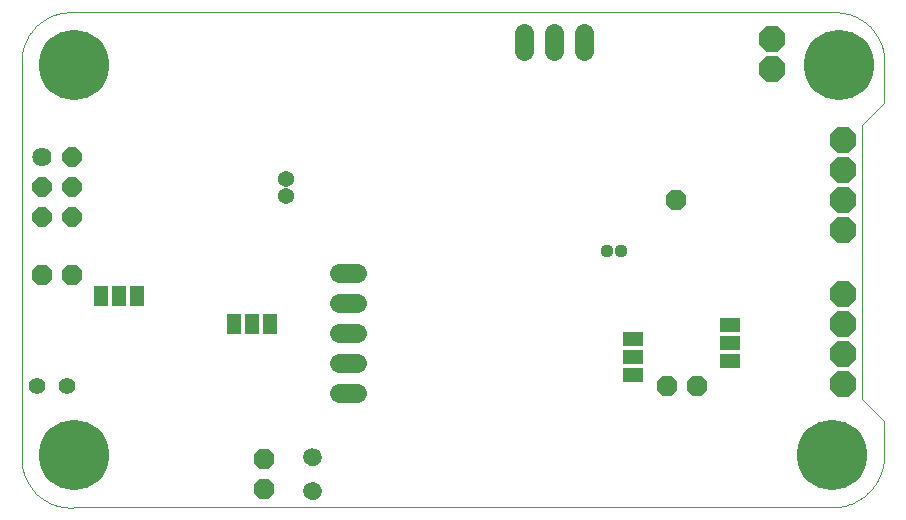
<source format=gbs>
G75*
%MOIN*%
%OFA0B0*%
%FSLAX25Y25*%
%IPPOS*%
%LPD*%
%AMOC8*
5,1,8,0,0,1.08239X$1,22.5*
%
%ADD10C,0.00000*%
%ADD11C,0.05912*%
%ADD12OC8,0.06700*%
%ADD13C,0.06400*%
%ADD14R,0.05000X0.06700*%
%ADD15C,0.23400*%
%ADD16R,0.06700X0.05000*%
%ADD17OC8,0.08900*%
%ADD18C,0.04369*%
%ADD19C,0.05400*%
%ADD20C,0.06400*%
%ADD21OC8,0.06400*%
%ADD22C,0.05600*%
D10*
X0032510Y0001517D02*
X0285010Y0001517D01*
X0285433Y0001522D01*
X0285855Y0001537D01*
X0286278Y0001563D01*
X0286699Y0001599D01*
X0287119Y0001645D01*
X0287539Y0001701D01*
X0287956Y0001767D01*
X0288372Y0001843D01*
X0288786Y0001929D01*
X0289198Y0002026D01*
X0289607Y0002132D01*
X0290014Y0002248D01*
X0290418Y0002374D01*
X0290818Y0002509D01*
X0291216Y0002654D01*
X0291609Y0002809D01*
X0291999Y0002973D01*
X0292385Y0003147D01*
X0292766Y0003330D01*
X0293143Y0003522D01*
X0293515Y0003723D01*
X0293882Y0003933D01*
X0294244Y0004151D01*
X0294600Y0004379D01*
X0294951Y0004615D01*
X0295296Y0004859D01*
X0295635Y0005112D01*
X0295968Y0005373D01*
X0296295Y0005641D01*
X0296615Y0005918D01*
X0296928Y0006202D01*
X0297234Y0006494D01*
X0297533Y0006793D01*
X0297825Y0007099D01*
X0298109Y0007412D01*
X0298386Y0007732D01*
X0298654Y0008059D01*
X0298915Y0008392D01*
X0299168Y0008731D01*
X0299412Y0009076D01*
X0299648Y0009427D01*
X0299876Y0009783D01*
X0300094Y0010145D01*
X0300304Y0010512D01*
X0300505Y0010884D01*
X0300697Y0011261D01*
X0300880Y0011642D01*
X0301054Y0012028D01*
X0301218Y0012418D01*
X0301373Y0012811D01*
X0301518Y0013209D01*
X0301653Y0013609D01*
X0301779Y0014013D01*
X0301895Y0014420D01*
X0302001Y0014829D01*
X0302098Y0015241D01*
X0302184Y0015655D01*
X0302260Y0016071D01*
X0302326Y0016488D01*
X0302382Y0016908D01*
X0302428Y0017328D01*
X0302464Y0017749D01*
X0302490Y0018172D01*
X0302505Y0018594D01*
X0302510Y0019017D01*
X0302461Y0019017D02*
X0302510Y0030267D01*
X0295010Y0037767D01*
X0295010Y0129017D01*
X0302461Y0136467D01*
X0302461Y0149066D01*
X0302510Y0149017D02*
X0302535Y0149410D01*
X0302551Y0149804D01*
X0302558Y0150197D01*
X0302555Y0150591D01*
X0302542Y0150985D01*
X0302520Y0151378D01*
X0302488Y0151771D01*
X0302447Y0152162D01*
X0302397Y0152553D01*
X0302337Y0152942D01*
X0302268Y0153330D01*
X0302189Y0153716D01*
X0302101Y0154100D01*
X0302004Y0154481D01*
X0301897Y0154861D01*
X0301782Y0155237D01*
X0301657Y0155611D01*
X0301523Y0155981D01*
X0301381Y0156348D01*
X0301230Y0156712D01*
X0301069Y0157072D01*
X0300901Y0157428D01*
X0300723Y0157779D01*
X0300538Y0158127D01*
X0300344Y0158469D01*
X0300141Y0158807D01*
X0299931Y0159140D01*
X0299712Y0159468D01*
X0299486Y0159790D01*
X0299252Y0160107D01*
X0299011Y0160418D01*
X0298762Y0160723D01*
X0298505Y0161022D01*
X0298242Y0161315D01*
X0297971Y0161601D01*
X0297694Y0161881D01*
X0297410Y0162154D01*
X0297120Y0162420D01*
X0296823Y0162679D01*
X0296520Y0162930D01*
X0296211Y0163175D01*
X0295896Y0163411D01*
X0295576Y0163640D01*
X0295250Y0163861D01*
X0294919Y0164075D01*
X0294582Y0164280D01*
X0294241Y0164477D01*
X0293896Y0164666D01*
X0293546Y0164846D01*
X0293191Y0165018D01*
X0292833Y0165181D01*
X0292470Y0165335D01*
X0292104Y0165481D01*
X0291735Y0165618D01*
X0291363Y0165746D01*
X0290987Y0165864D01*
X0290609Y0165974D01*
X0290228Y0166075D01*
X0289845Y0166166D01*
X0289460Y0166248D01*
X0289073Y0166320D01*
X0288684Y0166384D01*
X0288294Y0166438D01*
X0287902Y0166482D01*
X0287510Y0166517D01*
X0032510Y0166517D01*
X0032115Y0166543D01*
X0031720Y0166559D01*
X0031324Y0166565D01*
X0030928Y0166562D01*
X0030532Y0166549D01*
X0030137Y0166526D01*
X0029743Y0166494D01*
X0029349Y0166453D01*
X0028957Y0166401D01*
X0028565Y0166341D01*
X0028176Y0166271D01*
X0027788Y0166191D01*
X0027403Y0166102D01*
X0027019Y0166004D01*
X0026638Y0165896D01*
X0026260Y0165779D01*
X0025885Y0165653D01*
X0025513Y0165518D01*
X0025144Y0165374D01*
X0024779Y0165221D01*
X0024418Y0165059D01*
X0024061Y0164889D01*
X0023708Y0164710D01*
X0023359Y0164522D01*
X0023015Y0164326D01*
X0022676Y0164121D01*
X0022342Y0163909D01*
X0022014Y0163688D01*
X0021691Y0163460D01*
X0021373Y0163224D01*
X0021061Y0162980D01*
X0020756Y0162728D01*
X0020456Y0162469D01*
X0020163Y0162204D01*
X0019876Y0161931D01*
X0019596Y0161651D01*
X0019323Y0161364D01*
X0019058Y0161071D01*
X0018799Y0160771D01*
X0018547Y0160466D01*
X0018303Y0160154D01*
X0018067Y0159836D01*
X0017839Y0159513D01*
X0017618Y0159185D01*
X0017406Y0158851D01*
X0017201Y0158512D01*
X0017005Y0158168D01*
X0016817Y0157819D01*
X0016638Y0157466D01*
X0016468Y0157109D01*
X0016306Y0156748D01*
X0016153Y0156383D01*
X0016009Y0156014D01*
X0015874Y0155642D01*
X0015748Y0155267D01*
X0015631Y0154889D01*
X0015523Y0154508D01*
X0015425Y0154124D01*
X0015336Y0153739D01*
X0015256Y0153351D01*
X0015186Y0152962D01*
X0015126Y0152570D01*
X0015074Y0152178D01*
X0015033Y0151784D01*
X0015001Y0151390D01*
X0014978Y0150995D01*
X0014965Y0150599D01*
X0014962Y0150203D01*
X0014968Y0149807D01*
X0014984Y0149412D01*
X0015010Y0149017D01*
X0015010Y0019017D01*
X0014984Y0018622D01*
X0014968Y0018227D01*
X0014962Y0017831D01*
X0014965Y0017435D01*
X0014978Y0017039D01*
X0015001Y0016644D01*
X0015033Y0016250D01*
X0015074Y0015856D01*
X0015126Y0015464D01*
X0015186Y0015072D01*
X0015256Y0014683D01*
X0015336Y0014295D01*
X0015425Y0013910D01*
X0015523Y0013526D01*
X0015631Y0013145D01*
X0015748Y0012767D01*
X0015874Y0012392D01*
X0016009Y0012020D01*
X0016153Y0011651D01*
X0016306Y0011286D01*
X0016468Y0010925D01*
X0016638Y0010568D01*
X0016817Y0010215D01*
X0017005Y0009866D01*
X0017201Y0009522D01*
X0017406Y0009183D01*
X0017618Y0008849D01*
X0017839Y0008521D01*
X0018067Y0008198D01*
X0018303Y0007880D01*
X0018547Y0007568D01*
X0018799Y0007263D01*
X0019058Y0006963D01*
X0019323Y0006670D01*
X0019596Y0006383D01*
X0019876Y0006103D01*
X0020163Y0005830D01*
X0020456Y0005565D01*
X0020756Y0005306D01*
X0021061Y0005054D01*
X0021373Y0004810D01*
X0021691Y0004574D01*
X0022014Y0004346D01*
X0022342Y0004125D01*
X0022676Y0003913D01*
X0023015Y0003708D01*
X0023359Y0003512D01*
X0023708Y0003324D01*
X0024061Y0003145D01*
X0024418Y0002975D01*
X0024779Y0002813D01*
X0025144Y0002660D01*
X0025513Y0002516D01*
X0025885Y0002381D01*
X0026260Y0002255D01*
X0026638Y0002138D01*
X0027019Y0002030D01*
X0027403Y0001932D01*
X0027788Y0001843D01*
X0028176Y0001763D01*
X0028565Y0001693D01*
X0028957Y0001633D01*
X0029349Y0001581D01*
X0029743Y0001540D01*
X0030137Y0001508D01*
X0030532Y0001485D01*
X0030928Y0001472D01*
X0031324Y0001469D01*
X0031720Y0001475D01*
X0032115Y0001491D01*
X0032510Y0001517D01*
X0109129Y0007142D02*
X0109131Y0007247D01*
X0109137Y0007352D01*
X0109147Y0007456D01*
X0109161Y0007560D01*
X0109179Y0007664D01*
X0109201Y0007766D01*
X0109226Y0007868D01*
X0109256Y0007969D01*
X0109289Y0008068D01*
X0109326Y0008166D01*
X0109367Y0008263D01*
X0109412Y0008358D01*
X0109460Y0008451D01*
X0109511Y0008543D01*
X0109567Y0008632D01*
X0109625Y0008719D01*
X0109687Y0008804D01*
X0109751Y0008887D01*
X0109819Y0008967D01*
X0109890Y0009044D01*
X0109964Y0009118D01*
X0110041Y0009190D01*
X0110120Y0009259D01*
X0110202Y0009324D01*
X0110286Y0009387D01*
X0110373Y0009446D01*
X0110462Y0009502D01*
X0110553Y0009555D01*
X0110646Y0009604D01*
X0110740Y0009649D01*
X0110836Y0009691D01*
X0110934Y0009729D01*
X0111033Y0009763D01*
X0111134Y0009794D01*
X0111235Y0009820D01*
X0111338Y0009843D01*
X0111441Y0009862D01*
X0111545Y0009877D01*
X0111649Y0009888D01*
X0111754Y0009895D01*
X0111859Y0009898D01*
X0111964Y0009897D01*
X0112069Y0009892D01*
X0112173Y0009883D01*
X0112277Y0009870D01*
X0112381Y0009853D01*
X0112484Y0009832D01*
X0112586Y0009807D01*
X0112687Y0009779D01*
X0112786Y0009746D01*
X0112885Y0009710D01*
X0112982Y0009670D01*
X0113077Y0009627D01*
X0113171Y0009579D01*
X0113263Y0009529D01*
X0113353Y0009475D01*
X0113441Y0009417D01*
X0113526Y0009356D01*
X0113609Y0009292D01*
X0113690Y0009225D01*
X0113768Y0009155D01*
X0113843Y0009081D01*
X0113915Y0009006D01*
X0113985Y0008927D01*
X0114051Y0008846D01*
X0114115Y0008762D01*
X0114175Y0008676D01*
X0114231Y0008588D01*
X0114285Y0008497D01*
X0114335Y0008405D01*
X0114381Y0008311D01*
X0114424Y0008215D01*
X0114463Y0008117D01*
X0114498Y0008019D01*
X0114529Y0007918D01*
X0114557Y0007817D01*
X0114581Y0007715D01*
X0114601Y0007612D01*
X0114617Y0007508D01*
X0114629Y0007404D01*
X0114637Y0007299D01*
X0114641Y0007194D01*
X0114641Y0007090D01*
X0114637Y0006985D01*
X0114629Y0006880D01*
X0114617Y0006776D01*
X0114601Y0006672D01*
X0114581Y0006569D01*
X0114557Y0006467D01*
X0114529Y0006366D01*
X0114498Y0006265D01*
X0114463Y0006167D01*
X0114424Y0006069D01*
X0114381Y0005973D01*
X0114335Y0005879D01*
X0114285Y0005787D01*
X0114231Y0005696D01*
X0114175Y0005608D01*
X0114115Y0005522D01*
X0114051Y0005438D01*
X0113985Y0005357D01*
X0113915Y0005278D01*
X0113843Y0005203D01*
X0113768Y0005129D01*
X0113690Y0005059D01*
X0113609Y0004992D01*
X0113526Y0004928D01*
X0113441Y0004867D01*
X0113353Y0004809D01*
X0113263Y0004755D01*
X0113171Y0004705D01*
X0113077Y0004657D01*
X0112982Y0004614D01*
X0112885Y0004574D01*
X0112786Y0004538D01*
X0112687Y0004505D01*
X0112586Y0004477D01*
X0112484Y0004452D01*
X0112381Y0004431D01*
X0112277Y0004414D01*
X0112173Y0004401D01*
X0112069Y0004392D01*
X0111964Y0004387D01*
X0111859Y0004386D01*
X0111754Y0004389D01*
X0111649Y0004396D01*
X0111545Y0004407D01*
X0111441Y0004422D01*
X0111338Y0004441D01*
X0111235Y0004464D01*
X0111134Y0004490D01*
X0111033Y0004521D01*
X0110934Y0004555D01*
X0110836Y0004593D01*
X0110740Y0004635D01*
X0110646Y0004680D01*
X0110553Y0004729D01*
X0110462Y0004782D01*
X0110373Y0004838D01*
X0110286Y0004897D01*
X0110202Y0004960D01*
X0110120Y0005025D01*
X0110041Y0005094D01*
X0109964Y0005166D01*
X0109890Y0005240D01*
X0109819Y0005317D01*
X0109751Y0005397D01*
X0109687Y0005480D01*
X0109625Y0005565D01*
X0109567Y0005652D01*
X0109511Y0005741D01*
X0109460Y0005833D01*
X0109412Y0005926D01*
X0109367Y0006021D01*
X0109326Y0006118D01*
X0109289Y0006216D01*
X0109256Y0006315D01*
X0109226Y0006416D01*
X0109201Y0006518D01*
X0109179Y0006620D01*
X0109161Y0006724D01*
X0109147Y0006828D01*
X0109137Y0006932D01*
X0109131Y0007037D01*
X0109129Y0007142D01*
X0109129Y0018392D02*
X0109131Y0018497D01*
X0109137Y0018602D01*
X0109147Y0018706D01*
X0109161Y0018810D01*
X0109179Y0018914D01*
X0109201Y0019016D01*
X0109226Y0019118D01*
X0109256Y0019219D01*
X0109289Y0019318D01*
X0109326Y0019416D01*
X0109367Y0019513D01*
X0109412Y0019608D01*
X0109460Y0019701D01*
X0109511Y0019793D01*
X0109567Y0019882D01*
X0109625Y0019969D01*
X0109687Y0020054D01*
X0109751Y0020137D01*
X0109819Y0020217D01*
X0109890Y0020294D01*
X0109964Y0020368D01*
X0110041Y0020440D01*
X0110120Y0020509D01*
X0110202Y0020574D01*
X0110286Y0020637D01*
X0110373Y0020696D01*
X0110462Y0020752D01*
X0110553Y0020805D01*
X0110646Y0020854D01*
X0110740Y0020899D01*
X0110836Y0020941D01*
X0110934Y0020979D01*
X0111033Y0021013D01*
X0111134Y0021044D01*
X0111235Y0021070D01*
X0111338Y0021093D01*
X0111441Y0021112D01*
X0111545Y0021127D01*
X0111649Y0021138D01*
X0111754Y0021145D01*
X0111859Y0021148D01*
X0111964Y0021147D01*
X0112069Y0021142D01*
X0112173Y0021133D01*
X0112277Y0021120D01*
X0112381Y0021103D01*
X0112484Y0021082D01*
X0112586Y0021057D01*
X0112687Y0021029D01*
X0112786Y0020996D01*
X0112885Y0020960D01*
X0112982Y0020920D01*
X0113077Y0020877D01*
X0113171Y0020829D01*
X0113263Y0020779D01*
X0113353Y0020725D01*
X0113441Y0020667D01*
X0113526Y0020606D01*
X0113609Y0020542D01*
X0113690Y0020475D01*
X0113768Y0020405D01*
X0113843Y0020331D01*
X0113915Y0020256D01*
X0113985Y0020177D01*
X0114051Y0020096D01*
X0114115Y0020012D01*
X0114175Y0019926D01*
X0114231Y0019838D01*
X0114285Y0019747D01*
X0114335Y0019655D01*
X0114381Y0019561D01*
X0114424Y0019465D01*
X0114463Y0019367D01*
X0114498Y0019269D01*
X0114529Y0019168D01*
X0114557Y0019067D01*
X0114581Y0018965D01*
X0114601Y0018862D01*
X0114617Y0018758D01*
X0114629Y0018654D01*
X0114637Y0018549D01*
X0114641Y0018444D01*
X0114641Y0018340D01*
X0114637Y0018235D01*
X0114629Y0018130D01*
X0114617Y0018026D01*
X0114601Y0017922D01*
X0114581Y0017819D01*
X0114557Y0017717D01*
X0114529Y0017616D01*
X0114498Y0017515D01*
X0114463Y0017417D01*
X0114424Y0017319D01*
X0114381Y0017223D01*
X0114335Y0017129D01*
X0114285Y0017037D01*
X0114231Y0016946D01*
X0114175Y0016858D01*
X0114115Y0016772D01*
X0114051Y0016688D01*
X0113985Y0016607D01*
X0113915Y0016528D01*
X0113843Y0016453D01*
X0113768Y0016379D01*
X0113690Y0016309D01*
X0113609Y0016242D01*
X0113526Y0016178D01*
X0113441Y0016117D01*
X0113353Y0016059D01*
X0113263Y0016005D01*
X0113171Y0015955D01*
X0113077Y0015907D01*
X0112982Y0015864D01*
X0112885Y0015824D01*
X0112786Y0015788D01*
X0112687Y0015755D01*
X0112586Y0015727D01*
X0112484Y0015702D01*
X0112381Y0015681D01*
X0112277Y0015664D01*
X0112173Y0015651D01*
X0112069Y0015642D01*
X0111964Y0015637D01*
X0111859Y0015636D01*
X0111754Y0015639D01*
X0111649Y0015646D01*
X0111545Y0015657D01*
X0111441Y0015672D01*
X0111338Y0015691D01*
X0111235Y0015714D01*
X0111134Y0015740D01*
X0111033Y0015771D01*
X0110934Y0015805D01*
X0110836Y0015843D01*
X0110740Y0015885D01*
X0110646Y0015930D01*
X0110553Y0015979D01*
X0110462Y0016032D01*
X0110373Y0016088D01*
X0110286Y0016147D01*
X0110202Y0016210D01*
X0110120Y0016275D01*
X0110041Y0016344D01*
X0109964Y0016416D01*
X0109890Y0016490D01*
X0109819Y0016567D01*
X0109751Y0016647D01*
X0109687Y0016730D01*
X0109625Y0016815D01*
X0109567Y0016902D01*
X0109511Y0016991D01*
X0109460Y0017083D01*
X0109412Y0017176D01*
X0109367Y0017271D01*
X0109326Y0017368D01*
X0109289Y0017466D01*
X0109256Y0017565D01*
X0109226Y0017666D01*
X0109201Y0017768D01*
X0109179Y0017870D01*
X0109161Y0017974D01*
X0109147Y0018078D01*
X0109137Y0018182D01*
X0109131Y0018287D01*
X0109129Y0018392D01*
D11*
X0111885Y0018392D03*
X0111885Y0007142D03*
D12*
X0095635Y0007767D03*
X0095635Y0017767D03*
X0031885Y0079017D03*
X0021885Y0079017D03*
X0230010Y0042142D03*
X0240010Y0042142D03*
X0233135Y0104017D03*
D13*
X0202510Y0153517D02*
X0202510Y0159517D01*
X0192510Y0159517D02*
X0192510Y0153517D01*
X0182510Y0153517D02*
X0182510Y0159517D01*
X0126760Y0079642D02*
X0120760Y0079642D01*
X0120760Y0069642D02*
X0126760Y0069642D01*
X0126760Y0059642D02*
X0120760Y0059642D01*
X0120760Y0049642D02*
X0126760Y0049642D01*
X0126760Y0039642D02*
X0120760Y0039642D01*
D14*
X0097885Y0062767D03*
X0091885Y0062767D03*
X0085885Y0062767D03*
X0053510Y0072142D03*
X0047510Y0072142D03*
X0041510Y0072142D03*
D15*
X0032510Y0019017D03*
X0032510Y0149017D03*
X0285010Y0019017D03*
X0287510Y0149017D03*
D16*
X0250948Y0062204D03*
X0250948Y0056204D03*
X0250948Y0050204D03*
X0218760Y0051517D03*
X0218760Y0057517D03*
X0218760Y0045517D03*
D17*
X0288760Y0042767D03*
X0288760Y0052767D03*
X0288760Y0062767D03*
X0288760Y0072767D03*
X0288760Y0094017D03*
X0288760Y0104017D03*
X0288760Y0114017D03*
X0288760Y0124017D03*
X0265010Y0147767D03*
X0265010Y0157767D03*
D18*
X0214873Y0086841D03*
X0210148Y0086841D03*
D19*
X0103135Y0105267D03*
X0103135Y0110892D03*
D20*
X0021885Y0118392D03*
D21*
X0031885Y0118392D03*
X0031885Y0108392D03*
X0021885Y0108392D03*
X0021885Y0098392D03*
X0031885Y0098392D03*
D22*
X0030010Y0042142D03*
X0020010Y0042142D03*
M02*

</source>
